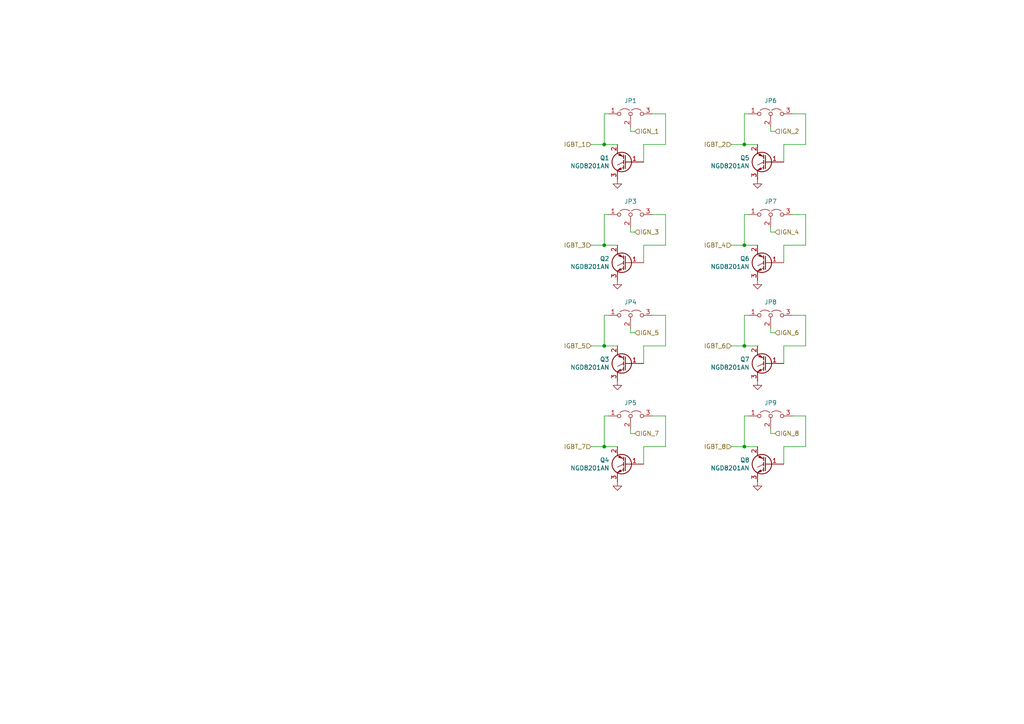
<source format=kicad_sch>
(kicad_sch (version 20230121) (generator eeschema)
  (paper "A4")
  (title_block (title "Polygonus Universal 88p") (date "2023-11-12") (rev "v1.0") (company "FutureProofPerformance.com"))
  (lib_symbols
    (symbol "Device:Q_NIGBT_GCE" (pin_names (offset 0) hide)
      (property "Reference" "Q" (at 5.08 1.27 0))
      (property "Value" "Q_NIGBT_GCE" (at 5.08 -1.27 0))
      (symbol "Q_NIGBT_GCE_0_1"
        (polyline (pts (xy 0.762 -1.016) (xy 0.762 -2.032)) (stroke (width 0.254)))
        (polyline (pts (xy 0.762 0.508) (xy 0.762 -0.508)) (stroke (width 0.254)))
        (polyline (pts (xy 0.762 2.032) (xy 0.762 1.016)) (stroke (width 0.254)))
        (polyline (pts (xy 2.54 -2.413) (xy 0.762 -1.524)))
        (polyline (pts (xy 2.54 -0.889) (xy 0.762 0)))
        (polyline (pts (xy 2.54 2.413) (xy 0.762 1.524)))
        (polyline (pts (xy 0.254 1.905) (xy 0.254 -1.905) (xy 0.254 -1.905)) (stroke (width 0.254)))
        (polyline (pts (xy 1.397 -2.159) (xy 1.651 -1.651) (xy 2.54 -2.413) (xy 1.397 -2.159)) (fill (type outline)))
        (polyline (pts (xy 2.159 1.905) (xy 1.905 2.413) (xy 1.016 1.651) (xy 2.159 1.905)) (fill (type outline)))
        (circle (center 1.27 0) (radius 2.8194) (stroke (width 0.254)))
      )
      (symbol "Q_NIGBT_GCE_1_1"
        (pin input line (at -5.08 0 0) (length 5.334) (name "G") (number "1"))
        (pin passive line (at 2.54 5.08 270) (length 2.54) (name "C") (number "2"))
        (pin passive line (at 2.54 -5.08 90) (length 2.54) (name "E") (number "3"))
      )
    )
    (symbol "GND_1" (power) (pin_names (offset 0))
      (property "Value" "GND_1" (at 0 -3.81 0))
      (symbol "GND_1_0_1"
        (polyline (pts (xy 0 0) (xy 0 -1.27) (xy 1.27 -1.27) (xy 0 -2.54) (xy -1.27 -1.27) (xy 0 -1.27)))
      )
      (symbol "GND_1_1_1"
        (pin power_in line (at 0 0 270) (length 0) hide (name "GND") (number "1"))
      )
    )
    (symbol "Jumper:Jumper_3_Open" (pin_names (offset 0) hide)
      (property "Reference" "JP" (at -2.54 -2.54 0))
      (property "Value" "Jumper_3_Open" (at 0 2.794 0))
      (symbol "Jumper_3_Open_0_0"
        (circle (center -3.302 0) (radius 0.508))
        (circle (center 0 0) (radius 0.508))
        (circle (center 3.302 0) (radius 0.508))
      )
      (symbol "Jumper_3_Open_0_1"
        (arc (start -0.254 1.016) (mid -1.651 1.4992) (end -3.048 1.016))
        (polyline (pts (xy 0 -0.508) (xy 0 -1.27)))
        (arc (start 3.048 1.016) (mid 1.651 1.4992) (end 0.254 1.016))
      )
      (symbol "Jumper_3_Open_1_1"
        (pin passive line (at -6.35 0 0) (length 2.54) (name "A") (number "1"))
        (pin passive line (at 0 -3.81 90) (length 2.54) (name "C") (number "2"))
        (pin passive line (at 6.35 0 180) (length 2.54) (name "B") (number "3"))
      )
    )
  )
  (junction (at 215.9 71.12))
  (junction (at 215.9 129.54))
  (junction (at 215.9 100.33))
  (junction (at 215.9 41.91))
  (junction (at 175.26 129.54))
  (junction (at 175.26 100.33))
  (junction (at 175.26 71.12))
  (junction (at 175.26 41.91))
  (wire (pts (xy 186.69 100.33) (xy 186.69 105.41)))
  (wire (pts (xy 175.26 71.12) (xy 179.07 71.12)))
  (wire (pts (xy 229.87 62.23) (xy 233.68 62.23)))
  (wire (pts (xy 182.88 36.83) (xy 182.88 38.1)))
  (wire (pts (xy 212.09 71.12) (xy 215.9 71.12)))
  (wire (pts (xy 175.26 129.54) (xy 179.07 129.54)))
  (wire (pts (xy 215.9 71.12) (xy 219.71 71.12)))
  (wire (pts (xy 184.15 96.52) (xy 182.88 96.52)))
  (wire (pts (xy 229.87 33.02) (xy 233.68 33.02)))
  (wire (pts (xy 224.79 125.73) (xy 223.52 125.73)))
  (wire (pts (xy 224.79 67.31) (xy 223.52 67.31)))
  (wire (pts (xy 224.79 38.1) (xy 223.52 38.1)))
  (wire (pts (xy 175.26 129.54) (xy 175.26 120.65)))
  (wire (pts (xy 171.45 129.54) (xy 175.26 129.54)))
  (wire (pts (xy 233.68 91.44) (xy 233.68 100.33)))
  (wire (pts (xy 215.9 41.91) (xy 219.71 41.91)))
  (wire (pts (xy 229.87 91.44) (xy 233.68 91.44)))
  (wire (pts (xy 233.68 41.91) (xy 227.33 41.91)))
  (wire (pts (xy 171.45 41.91) (xy 175.26 41.91)))
  (wire (pts (xy 233.68 71.12) (xy 227.33 71.12)))
  (wire (pts (xy 223.52 95.25) (xy 223.52 96.52)))
  (wire (pts (xy 184.15 67.31) (xy 182.88 67.31)))
  (wire (pts (xy 184.15 38.1) (xy 182.88 38.1)))
  (wire (pts (xy 233.68 33.02) (xy 233.68 41.91)))
  (wire (pts (xy 182.88 66.04) (xy 182.88 67.31)))
  (wire (pts (xy 223.52 124.46) (xy 223.52 125.73)))
  (wire (pts (xy 175.26 71.12) (xy 175.26 62.23)))
  (wire (pts (xy 175.26 100.33) (xy 175.26 91.44)))
  (wire (pts (xy 212.09 129.54) (xy 215.9 129.54)))
  (wire (pts (xy 215.9 129.54) (xy 215.9 120.65)))
  (wire (pts (xy 182.88 95.25) (xy 182.88 96.52)))
  (wire (pts (xy 171.45 71.12) (xy 175.26 71.12)))
  (wire (pts (xy 193.04 100.33) (xy 186.69 100.33)))
  (wire (pts (xy 171.45 100.33) (xy 175.26 100.33)))
  (wire (pts (xy 215.9 91.44) (xy 217.17 91.44)))
  (wire (pts (xy 193.04 41.91) (xy 186.69 41.91)))
  (wire (pts (xy 224.79 96.52) (xy 223.52 96.52)))
  (wire (pts (xy 233.68 120.65) (xy 233.68 129.54)))
  (wire (pts (xy 193.04 71.12) (xy 186.69 71.12)))
  (wire (pts (xy 193.04 120.65) (xy 193.04 129.54)))
  (wire (pts (xy 186.69 41.91) (xy 186.69 46.99)))
  (wire (pts (xy 233.68 62.23) (xy 233.68 71.12)))
  (wire (pts (xy 175.26 33.02) (xy 176.53 33.02)))
  (wire (pts (xy 215.9 41.91) (xy 215.9 33.02)))
  (wire (pts (xy 229.87 120.65) (xy 233.68 120.65)))
  (wire (pts (xy 189.23 33.02) (xy 193.04 33.02)))
  (wire (pts (xy 175.26 91.44) (xy 176.53 91.44)))
  (wire (pts (xy 175.26 120.65) (xy 176.53 120.65)))
  (wire (pts (xy 189.23 120.65) (xy 193.04 120.65)))
  (wire (pts (xy 189.23 91.44) (xy 193.04 91.44)))
  (wire (pts (xy 186.69 129.54) (xy 186.69 134.62)))
  (wire (pts (xy 184.15 125.73) (xy 182.88 125.73)))
  (wire (pts (xy 215.9 62.23) (xy 217.17 62.23)))
  (wire (pts (xy 212.09 100.33) (xy 215.9 100.33)))
  (wire (pts (xy 233.68 129.54) (xy 227.33 129.54)))
  (wire (pts (xy 193.04 62.23) (xy 193.04 71.12)))
  (wire (pts (xy 215.9 100.33) (xy 215.9 91.44)))
  (wire (pts (xy 175.26 100.33) (xy 179.07 100.33)))
  (wire (pts (xy 175.26 41.91) (xy 179.07 41.91)))
  (wire (pts (xy 233.68 100.33) (xy 227.33 100.33)))
  (wire (pts (xy 182.88 124.46) (xy 182.88 125.73)))
  (wire (pts (xy 186.69 71.12) (xy 186.69 76.2)))
  (wire (pts (xy 227.33 41.91) (xy 227.33 46.99)))
  (wire (pts (xy 193.04 33.02) (xy 193.04 41.91)))
  (wire (pts (xy 193.04 129.54) (xy 186.69 129.54)))
  (wire (pts (xy 175.26 41.91) (xy 175.26 33.02)))
  (wire (pts (xy 215.9 120.65) (xy 217.17 120.65)))
  (wire (pts (xy 212.09 41.91) (xy 215.9 41.91)))
  (wire (pts (xy 215.9 100.33) (xy 219.71 100.33)))
  (wire (pts (xy 189.23 62.23) (xy 193.04 62.23)))
  (wire (pts (xy 227.33 71.12) (xy 227.33 76.2)))
  (wire (pts (xy 215.9 33.02) (xy 217.17 33.02)))
  (wire (pts (xy 215.9 129.54) (xy 219.71 129.54)))
  (wire (pts (xy 227.33 129.54) (xy 227.33 134.62)))
  (wire (pts (xy 215.9 71.12) (xy 215.9 62.23)))
  (wire (pts (xy 175.26 62.23) (xy 176.53 62.23)))
  (wire (pts (xy 227.33 100.33) (xy 227.33 105.41)))
  (wire (pts (xy 223.52 36.83) (xy 223.52 38.1)))
  (wire (pts (xy 223.52 66.04) (xy 223.52 67.31)))
  (wire (pts (xy 193.04 91.44) (xy 193.04 100.33)))
  (hierarchical_label "IGBT_1" (shape input) (at 171.45 41.91 180))
  (hierarchical_label "IGBT_8" (shape input) (at 212.09 129.54 180))
  (hierarchical_label "IGN_3" (shape input) (at 184.15 67.31 0))
  (hierarchical_label "IGBT_4" (shape input) (at 212.09 71.12 180))
  (hierarchical_label "IGBT_7" (shape input) (at 171.45 129.54 180))
  (hierarchical_label "IGBT_5" (shape input) (at 171.45 100.33 180))
  (hierarchical_label "IGN_2" (shape input) (at 224.79 38.1 0))
  (hierarchical_label "IGN_8" (shape input) (at 224.79 125.73 0))
  (hierarchical_label "IGN_5" (shape input) (at 184.15 96.52 0))
  (hierarchical_label "IGN_1" (shape input) (at 184.15 38.1 0))
  (hierarchical_label "IGN_4" (shape input) (at 224.79 67.31 0))
  (hierarchical_label "IGN_7" (shape input) (at 184.15 125.73 0))
  (hierarchical_label "IGBT_3" (shape input) (at 171.45 71.12 180))
  (hierarchical_label "IGBT_6" (shape input) (at 212.09 100.33 180))
  (hierarchical_label "IGN_6" (shape input) (at 224.79 96.52 0))
  (hierarchical_label "IGBT_2" (shape input) (at 212.09 41.91 180))
  (symbol (lib_name "GND_1") (lib_id "power:GND") (at 179.07 52.07 0) (unit 1)
    (property "Reference" "#PWR08" (effects hide))
    (property "Value" "GND" (effects hide))
  )
  (symbol (lib_id "Device:Q_NIGBT_GCE") (at 181.61 134.62 0) (mirror y) (unit 1)
    (property "Reference" "Q4" (at 176.7586 133.4516 0) (effects (justify left)))
    (property "Value" "NGD8201AN" (at 176.7586 135.763 0) (effects (justify left)))
    (property "Footprint" "Package_TO_SOT_SMD:TO-252-2" (effects hide))
    (property "LCSC" "C151649" (effects hide))
  )
  (symbol (lib_id "Device:Q_NIGBT_GCE") (at 222.25 76.2 0) (mirror y) (unit 1)
    (property "Reference" "Q6" (at 217.424 75.0316 0) (effects (justify left)))
    (property "Value" "NGD8201AN" (at 217.424 77.343 0) (effects (justify left)))
    (property "Footprint" "Package_TO_SOT_SMD:TO-252-2" (effects hide))
    (property "LCSC" "C151649" (effects hide))
  )
  (symbol (lib_id "Device:Q_NIGBT_GCE") (at 181.61 46.99 0) (mirror y) (unit 1)
    (property "Reference" "Q1" (at 176.7586 45.8216 0) (effects (justify left)))
    (property "Value" "NGD8201AN" (at 176.7586 48.133 0) (effects (justify left)))
    (property "Footprint" "Package_TO_SOT_SMD:TO-252-2" (effects hide))
    (property "LCSC" "C151649" (effects hide))
  )
  (symbol (lib_id "Jumper:Jumper_3_Open") (at 182.88 62.23 0) (unit 1)
    (property "Reference" "JP3" (at 182.88 58.42 0))
    (property "Value" "Jumper_3_Open" (effects hide))
    (property "Footprint" "Jumper:SolderJumper-3_P2.0mm_Open_TrianglePad1.0x1.5mm" (effects hide))
  )
  (symbol (lib_name "GND_1") (lib_id "power:GND") (at 219.71 110.49 0) (unit 1)
    (property "Reference" "#PWR020" (effects hide))
    (property "Value" "GND" (effects hide))
  )
  (symbol (lib_id "Device:Q_NIGBT_GCE") (at 181.61 105.41 0) (mirror y) (unit 1)
    (property "Reference" "Q3" (at 176.7586 104.2416 0) (effects (justify left)))
    (property "Value" "NGD8201AN" (at 176.7586 106.553 0) (effects (justify left)))
    (property "Footprint" "Package_TO_SOT_SMD:TO-252-2" (effects hide))
    (property "LCSC" "C151649" (effects hide))
  )
  (symbol (lib_id "Jumper:Jumper_3_Open") (at 223.52 91.44 0) (unit 1)
    (property "Reference" "JP8" (at 223.52 87.63 0))
    (property "Value" "Jumper_3_Open" (effects hide))
    (property "Footprint" "Jumper:SolderJumper-3_P2.0mm_Open_TrianglePad1.0x1.5mm" (effects hide))
  )
  (symbol (lib_id "Device:Q_NIGBT_GCE") (at 181.61 76.2 0) (mirror y) (unit 1)
    (property "Reference" "Q2" (at 176.7586 75.0316 0) (effects (justify left)))
    (property "Value" "NGD8201AN" (at 176.7586 77.343 0) (effects (justify left)))
    (property "Footprint" "Package_TO_SOT_SMD:TO-252-2" (effects hide))
    (property "LCSC" "C151649" (effects hide))
  )
  (symbol (lib_id "Jumper:Jumper_3_Open") (at 223.52 62.23 0) (unit 1)
    (property "Reference" "JP7" (at 223.52 58.42 0))
    (property "Value" "Jumper_3_Open" (effects hide))
    (property "Footprint" "Jumper:SolderJumper-3_P2.0mm_Open_TrianglePad1.0x1.5mm" (effects hide))
  )
  (symbol (lib_id "Jumper:Jumper_3_Open") (at 182.88 33.02 0) (unit 1)
    (property "Reference" "JP1" (at 182.88 29.21 0))
    (property "Value" "Jumper_3_Open" (effects hide))
    (property "Footprint" "Jumper:SolderJumper-3_P2.0mm_Open_TrianglePad1.0x1.5mm" (effects hide))
  )
  (symbol (lib_name "GND_1") (lib_id "power:GND") (at 179.07 110.49 0) (unit 1)
    (property "Reference" "#PWR016" (effects hide))
    (property "Value" "GND" (effects hide))
  )
  (symbol (lib_name "GND_1") (lib_id "power:GND") (at 179.07 81.28 0) (unit 1)
    (property "Reference" "#PWR09" (effects hide))
    (property "Value" "GND" (effects hide))
  )
  (symbol (lib_id "Jumper:Jumper_3_Open") (at 223.52 120.65 0) (unit 1)
    (property "Reference" "JP9" (at 223.52 116.84 0))
    (property "Value" "Jumper_3_Open" (effects hide))
    (property "Footprint" "Jumper:SolderJumper-3_P2.0mm_Open_TrianglePad1.0x1.5mm" (effects hide))
  )
  (symbol (lib_name "GND_1") (lib_id "power:GND") (at 219.71 139.7 0) (unit 1)
    (property "Reference" "#PWR021" (effects hide))
    (property "Value" "GND" (effects hide))
  )
  (symbol (lib_id "Device:Q_NIGBT_GCE") (at 222.25 105.41 0) (mirror y) (unit 1)
    (property "Reference" "Q7" (at 217.424 104.2416 0) (effects (justify left)))
    (property "Value" "NGD8201AN" (at 217.424 106.553 0) (effects (justify left)))
    (property "Footprint" "Package_TO_SOT_SMD:TO-252-2" (effects hide))
    (property "LCSC" "C151649" (effects hide))
  )
  (symbol (lib_id "Jumper:Jumper_3_Open") (at 182.88 120.65 0) (unit 1)
    (property "Reference" "JP5" (at 182.88 116.84 0))
    (property "Value" "Jumper_3_Open" (effects hide))
    (property "Footprint" "Jumper:SolderJumper-3_P2.0mm_Open_TrianglePad1.0x1.5mm" (effects hide))
  )
  (symbol (lib_id "Jumper:Jumper_3_Open") (at 182.88 91.44 0) (unit 1)
    (property "Reference" "JP4" (at 182.88 87.63 0))
    (property "Value" "Jumper_3_Open" (effects hide))
    (property "Footprint" "Jumper:SolderJumper-3_P2.0mm_Open_TrianglePad1.0x1.5mm" (effects hide))
  )
  (symbol (lib_id "Jumper:Jumper_3_Open") (at 223.52 33.02 0) (unit 1)
    (property "Reference" "JP6" (at 223.52 29.21 0))
    (property "Value" "Jumper_3_Open" (effects hide))
    (property "Footprint" "Jumper:SolderJumper-3_P2.0mm_Open_TrianglePad1.0x1.5mm" (effects hide))
  )
  (symbol (lib_id "Device:Q_NIGBT_GCE") (at 222.25 46.99 0) (mirror y) (unit 1)
    (property "Reference" "Q5" (at 217.424 45.8216 0) (effects (justify left)))
    (property "Value" "NGD8201AN" (at 217.424 48.133 0) (effects (justify left)))
    (property "Footprint" "Package_TO_SOT_SMD:TO-252-2" (effects hide))
    (property "LCSC" "C151649" (effects hide))
  )
  (symbol (lib_name "GND_1") (lib_id "power:GND") (at 179.07 139.7 0) (unit 1)
    (property "Reference" "#PWR017" (effects hide))
    (property "Value" "GND" (effects hide))
  )
  (symbol (lib_id "Device:Q_NIGBT_GCE") (at 222.25 134.62 0) (mirror y) (unit 1)
    (property "Reference" "Q8" (at 217.424 133.4516 0) (effects (justify left)))
    (property "Value" "NGD8201AN" (at 217.424 135.763 0) (effects (justify left)))
    (property "Footprint" "Package_TO_SOT_SMD:TO-252-2" (effects hide))
    (property "LCSC" "C151649" (effects hide))
  )
  (symbol (lib_name "GND_1") (lib_id "power:GND") (at 219.71 81.28 0) (unit 1)
    (property "Reference" "#PWR019" (effects hide))
    (property "Value" "GND" (effects hide))
  )
  (symbol (lib_name "GND_1") (lib_id "power:GND") (at 219.71 52.07 0) (unit 1)
    (property "Reference" "#PWR018" (effects hide))
    (property "Value" "GND" (effects hide))
  )
)
</source>
